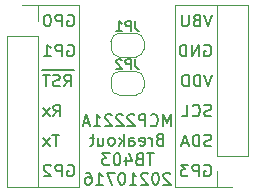
<source format=gbr>
G04 #@! TF.GenerationSoftware,KiCad,Pcbnew,5.1.5+dfsg1-2build2*
G04 #@! TF.CreationDate,2021-09-30T13:46:46+00:00*
G04 #@! TF.ProjectId,mcp2221a-breakout,6d637032-3232-4316-912d-627265616b6f,rev?*
G04 #@! TF.SameCoordinates,Original*
G04 #@! TF.FileFunction,Legend,Bot*
G04 #@! TF.FilePolarity,Positive*
%FSLAX46Y46*%
G04 Gerber Fmt 4.6, Leading zero omitted, Abs format (unit mm)*
G04 Created by KiCad (PCBNEW 5.1.5+dfsg1-2build2) date 2021-09-30 13:46:46*
%MOMM*%
%LPD*%
G04 APERTURE LIST*
%ADD10C,0.120000*%
%ADD11C,0.150000*%
G04 APERTURE END LIST*
D10*
X103886000Y-49470000D02*
X103886000Y-64830000D01*
X100390000Y-49470000D02*
X103886000Y-49470000D01*
X100390000Y-64830000D02*
X103886000Y-64830000D01*
X112014000Y-64830000D02*
X115510000Y-64830000D01*
X112014000Y-49470000D02*
X112014000Y-64830000D01*
X115510000Y-49470000D02*
X112014000Y-49470000D01*
D11*
X115123261Y-50252380D02*
X114789928Y-51252380D01*
X114456595Y-50252380D01*
X113789928Y-50728571D02*
X113647071Y-50776190D01*
X113599452Y-50823809D01*
X113551833Y-50919047D01*
X113551833Y-51061904D01*
X113599452Y-51157142D01*
X113647071Y-51204761D01*
X113742309Y-51252380D01*
X114123261Y-51252380D01*
X114123261Y-50252380D01*
X113789928Y-50252380D01*
X113694690Y-50300000D01*
X113647071Y-50347619D01*
X113599452Y-50442857D01*
X113599452Y-50538095D01*
X113647071Y-50633333D01*
X113694690Y-50680952D01*
X113789928Y-50728571D01*
X114123261Y-50728571D01*
X113123261Y-50252380D02*
X113123261Y-51061904D01*
X113075642Y-51157142D01*
X113028023Y-51204761D01*
X112932785Y-51252380D01*
X112742309Y-51252380D01*
X112647071Y-51204761D01*
X112599452Y-51157142D01*
X112551833Y-51061904D01*
X112551833Y-50252380D01*
X111616666Y-59699380D02*
X111616666Y-58699380D01*
X111283333Y-59413666D01*
X110950000Y-58699380D01*
X110950000Y-59699380D01*
X109902380Y-59604142D02*
X109950000Y-59651761D01*
X110092857Y-59699380D01*
X110188095Y-59699380D01*
X110330952Y-59651761D01*
X110426190Y-59556523D01*
X110473809Y-59461285D01*
X110521428Y-59270809D01*
X110521428Y-59127952D01*
X110473809Y-58937476D01*
X110426190Y-58842238D01*
X110330952Y-58747000D01*
X110188095Y-58699380D01*
X110092857Y-58699380D01*
X109950000Y-58747000D01*
X109902380Y-58794619D01*
X109473809Y-59699380D02*
X109473809Y-58699380D01*
X109092857Y-58699380D01*
X108997619Y-58747000D01*
X108950000Y-58794619D01*
X108902380Y-58889857D01*
X108902380Y-59032714D01*
X108950000Y-59127952D01*
X108997619Y-59175571D01*
X109092857Y-59223190D01*
X109473809Y-59223190D01*
X108521428Y-58794619D02*
X108473809Y-58747000D01*
X108378571Y-58699380D01*
X108140476Y-58699380D01*
X108045238Y-58747000D01*
X107997619Y-58794619D01*
X107950000Y-58889857D01*
X107950000Y-58985095D01*
X107997619Y-59127952D01*
X108569047Y-59699380D01*
X107950000Y-59699380D01*
X107569047Y-58794619D02*
X107521428Y-58747000D01*
X107426190Y-58699380D01*
X107188095Y-58699380D01*
X107092857Y-58747000D01*
X107045238Y-58794619D01*
X106997619Y-58889857D01*
X106997619Y-58985095D01*
X107045238Y-59127952D01*
X107616666Y-59699380D01*
X106997619Y-59699380D01*
X106616666Y-58794619D02*
X106569047Y-58747000D01*
X106473809Y-58699380D01*
X106235714Y-58699380D01*
X106140476Y-58747000D01*
X106092857Y-58794619D01*
X106045238Y-58889857D01*
X106045238Y-58985095D01*
X106092857Y-59127952D01*
X106664285Y-59699380D01*
X106045238Y-59699380D01*
X105092857Y-59699380D02*
X105664285Y-59699380D01*
X105378571Y-59699380D02*
X105378571Y-58699380D01*
X105473809Y-58842238D01*
X105569047Y-58937476D01*
X105664285Y-58985095D01*
X104711904Y-59413666D02*
X104235714Y-59413666D01*
X104807142Y-59699380D02*
X104473809Y-58699380D01*
X104140476Y-59699380D01*
X110664285Y-60825571D02*
X110521428Y-60873190D01*
X110473809Y-60920809D01*
X110426190Y-61016047D01*
X110426190Y-61158904D01*
X110473809Y-61254142D01*
X110521428Y-61301761D01*
X110616666Y-61349380D01*
X110997619Y-61349380D01*
X110997619Y-60349380D01*
X110664285Y-60349380D01*
X110569047Y-60397000D01*
X110521428Y-60444619D01*
X110473809Y-60539857D01*
X110473809Y-60635095D01*
X110521428Y-60730333D01*
X110569047Y-60777952D01*
X110664285Y-60825571D01*
X110997619Y-60825571D01*
X109997619Y-61349380D02*
X109997619Y-60682714D01*
X109997619Y-60873190D02*
X109950000Y-60777952D01*
X109902380Y-60730333D01*
X109807142Y-60682714D01*
X109711904Y-60682714D01*
X108997619Y-61301761D02*
X109092857Y-61349380D01*
X109283333Y-61349380D01*
X109378571Y-61301761D01*
X109426190Y-61206523D01*
X109426190Y-60825571D01*
X109378571Y-60730333D01*
X109283333Y-60682714D01*
X109092857Y-60682714D01*
X108997619Y-60730333D01*
X108950000Y-60825571D01*
X108950000Y-60920809D01*
X109426190Y-61016047D01*
X108092857Y-61349380D02*
X108092857Y-60825571D01*
X108140476Y-60730333D01*
X108235714Y-60682714D01*
X108426190Y-60682714D01*
X108521428Y-60730333D01*
X108092857Y-61301761D02*
X108188095Y-61349380D01*
X108426190Y-61349380D01*
X108521428Y-61301761D01*
X108569047Y-61206523D01*
X108569047Y-61111285D01*
X108521428Y-61016047D01*
X108426190Y-60968428D01*
X108188095Y-60968428D01*
X108092857Y-60920809D01*
X107616666Y-61349380D02*
X107616666Y-60349380D01*
X107521428Y-60968428D02*
X107235714Y-61349380D01*
X107235714Y-60682714D02*
X107616666Y-61063666D01*
X106664285Y-61349380D02*
X106759523Y-61301761D01*
X106807142Y-61254142D01*
X106854761Y-61158904D01*
X106854761Y-60873190D01*
X106807142Y-60777952D01*
X106759523Y-60730333D01*
X106664285Y-60682714D01*
X106521428Y-60682714D01*
X106426190Y-60730333D01*
X106378571Y-60777952D01*
X106330952Y-60873190D01*
X106330952Y-61158904D01*
X106378571Y-61254142D01*
X106426190Y-61301761D01*
X106521428Y-61349380D01*
X106664285Y-61349380D01*
X105473809Y-60682714D02*
X105473809Y-61349380D01*
X105902380Y-60682714D02*
X105902380Y-61206523D01*
X105854761Y-61301761D01*
X105759523Y-61349380D01*
X105616666Y-61349380D01*
X105521428Y-61301761D01*
X105473809Y-61254142D01*
X105140476Y-60682714D02*
X104759523Y-60682714D01*
X104997619Y-60349380D02*
X104997619Y-61206523D01*
X104950000Y-61301761D01*
X104854761Y-61349380D01*
X104759523Y-61349380D01*
X110164285Y-61999380D02*
X109592857Y-61999380D01*
X109878571Y-62999380D02*
X109878571Y-61999380D01*
X108926190Y-62475571D02*
X108783333Y-62523190D01*
X108735714Y-62570809D01*
X108688095Y-62666047D01*
X108688095Y-62808904D01*
X108735714Y-62904142D01*
X108783333Y-62951761D01*
X108878571Y-62999380D01*
X109259523Y-62999380D01*
X109259523Y-61999380D01*
X108926190Y-61999380D01*
X108830952Y-62047000D01*
X108783333Y-62094619D01*
X108735714Y-62189857D01*
X108735714Y-62285095D01*
X108783333Y-62380333D01*
X108830952Y-62427952D01*
X108926190Y-62475571D01*
X109259523Y-62475571D01*
X107830952Y-62332714D02*
X107830952Y-62999380D01*
X108069047Y-61951761D02*
X108307142Y-62666047D01*
X107688095Y-62666047D01*
X107116666Y-61999380D02*
X107021428Y-61999380D01*
X106926190Y-62047000D01*
X106878571Y-62094619D01*
X106830952Y-62189857D01*
X106783333Y-62380333D01*
X106783333Y-62618428D01*
X106830952Y-62808904D01*
X106878571Y-62904142D01*
X106926190Y-62951761D01*
X107021428Y-62999380D01*
X107116666Y-62999380D01*
X107211904Y-62951761D01*
X107259523Y-62904142D01*
X107307142Y-62808904D01*
X107354761Y-62618428D01*
X107354761Y-62380333D01*
X107307142Y-62189857D01*
X107259523Y-62094619D01*
X107211904Y-62047000D01*
X107116666Y-61999380D01*
X106450000Y-61999380D02*
X105830952Y-61999380D01*
X106164285Y-62380333D01*
X106021428Y-62380333D01*
X105926190Y-62427952D01*
X105878571Y-62475571D01*
X105830952Y-62570809D01*
X105830952Y-62808904D01*
X105878571Y-62904142D01*
X105926190Y-62951761D01*
X106021428Y-62999380D01*
X106307142Y-62999380D01*
X106402380Y-62951761D01*
X106450000Y-62904142D01*
X111569047Y-63744619D02*
X111521428Y-63697000D01*
X111426190Y-63649380D01*
X111188095Y-63649380D01*
X111092857Y-63697000D01*
X111045238Y-63744619D01*
X110997619Y-63839857D01*
X110997619Y-63935095D01*
X111045238Y-64077952D01*
X111616666Y-64649380D01*
X110997619Y-64649380D01*
X110378571Y-63649380D02*
X110283333Y-63649380D01*
X110188095Y-63697000D01*
X110140476Y-63744619D01*
X110092857Y-63839857D01*
X110045238Y-64030333D01*
X110045238Y-64268428D01*
X110092857Y-64458904D01*
X110140476Y-64554142D01*
X110188095Y-64601761D01*
X110283333Y-64649380D01*
X110378571Y-64649380D01*
X110473809Y-64601761D01*
X110521428Y-64554142D01*
X110569047Y-64458904D01*
X110616666Y-64268428D01*
X110616666Y-64030333D01*
X110569047Y-63839857D01*
X110521428Y-63744619D01*
X110473809Y-63697000D01*
X110378571Y-63649380D01*
X109664285Y-63744619D02*
X109616666Y-63697000D01*
X109521428Y-63649380D01*
X109283333Y-63649380D01*
X109188095Y-63697000D01*
X109140476Y-63744619D01*
X109092857Y-63839857D01*
X109092857Y-63935095D01*
X109140476Y-64077952D01*
X109711904Y-64649380D01*
X109092857Y-64649380D01*
X108140476Y-64649380D02*
X108711904Y-64649380D01*
X108426190Y-64649380D02*
X108426190Y-63649380D01*
X108521428Y-63792238D01*
X108616666Y-63887476D01*
X108711904Y-63935095D01*
X107521428Y-63649380D02*
X107426190Y-63649380D01*
X107330952Y-63697000D01*
X107283333Y-63744619D01*
X107235714Y-63839857D01*
X107188095Y-64030333D01*
X107188095Y-64268428D01*
X107235714Y-64458904D01*
X107283333Y-64554142D01*
X107330952Y-64601761D01*
X107426190Y-64649380D01*
X107521428Y-64649380D01*
X107616666Y-64601761D01*
X107664285Y-64554142D01*
X107711904Y-64458904D01*
X107759523Y-64268428D01*
X107759523Y-64030333D01*
X107711904Y-63839857D01*
X107664285Y-63744619D01*
X107616666Y-63697000D01*
X107521428Y-63649380D01*
X106854761Y-63649380D02*
X106188095Y-63649380D01*
X106616666Y-64649380D01*
X105283333Y-64649380D02*
X105854761Y-64649380D01*
X105569047Y-64649380D02*
X105569047Y-63649380D01*
X105664285Y-63792238D01*
X105759523Y-63887476D01*
X105854761Y-63935095D01*
X104426190Y-63649380D02*
X104616666Y-63649380D01*
X104711904Y-63697000D01*
X104759523Y-63744619D01*
X104854761Y-63887476D01*
X104902380Y-64077952D01*
X104902380Y-64458904D01*
X104854761Y-64554142D01*
X104807142Y-64601761D01*
X104711904Y-64649380D01*
X104521428Y-64649380D01*
X104426190Y-64601761D01*
X104378571Y-64554142D01*
X104330952Y-64458904D01*
X104330952Y-64220809D01*
X104378571Y-64125571D01*
X104426190Y-64077952D01*
X104521428Y-64030333D01*
X104711904Y-64030333D01*
X104807142Y-64077952D01*
X104854761Y-64125571D01*
X104902380Y-64220809D01*
X114456595Y-52840000D02*
X114551833Y-52792380D01*
X114694690Y-52792380D01*
X114837547Y-52840000D01*
X114932785Y-52935238D01*
X114980404Y-53030476D01*
X115028023Y-53220952D01*
X115028023Y-53363809D01*
X114980404Y-53554285D01*
X114932785Y-53649523D01*
X114837547Y-53744761D01*
X114694690Y-53792380D01*
X114599452Y-53792380D01*
X114456595Y-53744761D01*
X114408976Y-53697142D01*
X114408976Y-53363809D01*
X114599452Y-53363809D01*
X113980404Y-53792380D02*
X113980404Y-52792380D01*
X113408976Y-53792380D01*
X113408976Y-52792380D01*
X112932785Y-53792380D02*
X112932785Y-52792380D01*
X112694690Y-52792380D01*
X112551833Y-52840000D01*
X112456595Y-52935238D01*
X112408976Y-53030476D01*
X112361357Y-53220952D01*
X112361357Y-53363809D01*
X112408976Y-53554285D01*
X112456595Y-53649523D01*
X112551833Y-53744761D01*
X112694690Y-53792380D01*
X112932785Y-53792380D01*
X114456595Y-63000000D02*
X114551833Y-62952380D01*
X114694690Y-62952380D01*
X114837547Y-63000000D01*
X114932785Y-63095238D01*
X114980404Y-63190476D01*
X115028023Y-63380952D01*
X115028023Y-63523809D01*
X114980404Y-63714285D01*
X114932785Y-63809523D01*
X114837547Y-63904761D01*
X114694690Y-63952380D01*
X114599452Y-63952380D01*
X114456595Y-63904761D01*
X114408976Y-63857142D01*
X114408976Y-63523809D01*
X114599452Y-63523809D01*
X113980404Y-63952380D02*
X113980404Y-62952380D01*
X113599452Y-62952380D01*
X113504214Y-63000000D01*
X113456595Y-63047619D01*
X113408976Y-63142857D01*
X113408976Y-63285714D01*
X113456595Y-63380952D01*
X113504214Y-63428571D01*
X113599452Y-63476190D01*
X113980404Y-63476190D01*
X113075642Y-62952380D02*
X112456595Y-62952380D01*
X112789928Y-63333333D01*
X112647071Y-63333333D01*
X112551833Y-63380952D01*
X112504214Y-63428571D01*
X112456595Y-63523809D01*
X112456595Y-63761904D01*
X112504214Y-63857142D01*
X112551833Y-63904761D01*
X112647071Y-63952380D01*
X112932785Y-63952380D01*
X113028023Y-63904761D01*
X113075642Y-63857142D01*
X115028023Y-61364761D02*
X114885166Y-61412380D01*
X114647071Y-61412380D01*
X114551833Y-61364761D01*
X114504214Y-61317142D01*
X114456595Y-61221904D01*
X114456595Y-61126666D01*
X114504214Y-61031428D01*
X114551833Y-60983809D01*
X114647071Y-60936190D01*
X114837547Y-60888571D01*
X114932785Y-60840952D01*
X114980404Y-60793333D01*
X115028023Y-60698095D01*
X115028023Y-60602857D01*
X114980404Y-60507619D01*
X114932785Y-60460000D01*
X114837547Y-60412380D01*
X114599452Y-60412380D01*
X114456595Y-60460000D01*
X114028023Y-61412380D02*
X114028023Y-60412380D01*
X113789928Y-60412380D01*
X113647071Y-60460000D01*
X113551833Y-60555238D01*
X113504214Y-60650476D01*
X113456595Y-60840952D01*
X113456595Y-60983809D01*
X113504214Y-61174285D01*
X113551833Y-61269523D01*
X113647071Y-61364761D01*
X113789928Y-61412380D01*
X114028023Y-61412380D01*
X113075642Y-61126666D02*
X112599452Y-61126666D01*
X113170880Y-61412380D02*
X112837547Y-60412380D01*
X112504214Y-61412380D01*
X115028023Y-58824761D02*
X114885166Y-58872380D01*
X114647071Y-58872380D01*
X114551833Y-58824761D01*
X114504214Y-58777142D01*
X114456595Y-58681904D01*
X114456595Y-58586666D01*
X114504214Y-58491428D01*
X114551833Y-58443809D01*
X114647071Y-58396190D01*
X114837547Y-58348571D01*
X114932785Y-58300952D01*
X114980404Y-58253333D01*
X115028023Y-58158095D01*
X115028023Y-58062857D01*
X114980404Y-57967619D01*
X114932785Y-57920000D01*
X114837547Y-57872380D01*
X114599452Y-57872380D01*
X114456595Y-57920000D01*
X113456595Y-58777142D02*
X113504214Y-58824761D01*
X113647071Y-58872380D01*
X113742309Y-58872380D01*
X113885166Y-58824761D01*
X113980404Y-58729523D01*
X114028023Y-58634285D01*
X114075642Y-58443809D01*
X114075642Y-58300952D01*
X114028023Y-58110476D01*
X113980404Y-58015238D01*
X113885166Y-57920000D01*
X113742309Y-57872380D01*
X113647071Y-57872380D01*
X113504214Y-57920000D01*
X113456595Y-57967619D01*
X112551833Y-58872380D02*
X113028023Y-58872380D01*
X113028023Y-57872380D01*
X115123261Y-55332380D02*
X114789928Y-56332380D01*
X114456595Y-55332380D01*
X114123261Y-56332380D02*
X114123261Y-55332380D01*
X113885166Y-55332380D01*
X113742309Y-55380000D01*
X113647071Y-55475238D01*
X113599452Y-55570476D01*
X113551833Y-55760952D01*
X113551833Y-55903809D01*
X113599452Y-56094285D01*
X113647071Y-56189523D01*
X113742309Y-56284761D01*
X113885166Y-56332380D01*
X114123261Y-56332380D01*
X113123261Y-56332380D02*
X113123261Y-55332380D01*
X112885166Y-55332380D01*
X112742309Y-55380000D01*
X112647071Y-55475238D01*
X112599452Y-55570476D01*
X112551833Y-55760952D01*
X112551833Y-55903809D01*
X112599452Y-56094285D01*
X112647071Y-56189523D01*
X112742309Y-56284761D01*
X112885166Y-56332380D01*
X113123261Y-56332380D01*
X102871976Y-63000000D02*
X102967214Y-62952380D01*
X103110071Y-62952380D01*
X103252928Y-63000000D01*
X103348166Y-63095238D01*
X103395785Y-63190476D01*
X103443404Y-63380952D01*
X103443404Y-63523809D01*
X103395785Y-63714285D01*
X103348166Y-63809523D01*
X103252928Y-63904761D01*
X103110071Y-63952380D01*
X103014833Y-63952380D01*
X102871976Y-63904761D01*
X102824357Y-63857142D01*
X102824357Y-63523809D01*
X103014833Y-63523809D01*
X102395785Y-63952380D02*
X102395785Y-62952380D01*
X102014833Y-62952380D01*
X101919595Y-63000000D01*
X101871976Y-63047619D01*
X101824357Y-63142857D01*
X101824357Y-63285714D01*
X101871976Y-63380952D01*
X101919595Y-63428571D01*
X102014833Y-63476190D01*
X102395785Y-63476190D01*
X101443404Y-63047619D02*
X101395785Y-63000000D01*
X101300547Y-62952380D01*
X101062452Y-62952380D01*
X100967214Y-63000000D01*
X100919595Y-63047619D01*
X100871976Y-63142857D01*
X100871976Y-63238095D01*
X100919595Y-63380952D01*
X101491023Y-63952380D01*
X100871976Y-63952380D01*
X102157690Y-60412380D02*
X101586261Y-60412380D01*
X101871976Y-61412380D02*
X101871976Y-60412380D01*
X101348166Y-61412380D02*
X100824357Y-60745714D01*
X101348166Y-60745714D02*
X100824357Y-61412380D01*
X101681500Y-58872380D02*
X102014833Y-58396190D01*
X102252928Y-58872380D02*
X102252928Y-57872380D01*
X101871976Y-57872380D01*
X101776738Y-57920000D01*
X101729119Y-57967619D01*
X101681500Y-58062857D01*
X101681500Y-58205714D01*
X101729119Y-58300952D01*
X101776738Y-58348571D01*
X101871976Y-58396190D01*
X102252928Y-58396190D01*
X101348166Y-58872380D02*
X100824357Y-58205714D01*
X101348166Y-58205714D02*
X100824357Y-58872380D01*
X103395785Y-54965000D02*
X102395785Y-54965000D01*
X102586261Y-56332380D02*
X102919595Y-55856190D01*
X103157690Y-56332380D02*
X103157690Y-55332380D01*
X102776738Y-55332380D01*
X102681500Y-55380000D01*
X102633880Y-55427619D01*
X102586261Y-55522857D01*
X102586261Y-55665714D01*
X102633880Y-55760952D01*
X102681500Y-55808571D01*
X102776738Y-55856190D01*
X103157690Y-55856190D01*
X102395785Y-54965000D02*
X101443404Y-54965000D01*
X102205309Y-56284761D02*
X102062452Y-56332380D01*
X101824357Y-56332380D01*
X101729119Y-56284761D01*
X101681500Y-56237142D01*
X101633880Y-56141904D01*
X101633880Y-56046666D01*
X101681500Y-55951428D01*
X101729119Y-55903809D01*
X101824357Y-55856190D01*
X102014833Y-55808571D01*
X102110071Y-55760952D01*
X102157690Y-55713333D01*
X102205309Y-55618095D01*
X102205309Y-55522857D01*
X102157690Y-55427619D01*
X102110071Y-55380000D01*
X102014833Y-55332380D01*
X101776738Y-55332380D01*
X101633880Y-55380000D01*
X101443404Y-54965000D02*
X100681500Y-54965000D01*
X101348166Y-55332380D02*
X100776738Y-55332380D01*
X101062452Y-56332380D02*
X101062452Y-55332380D01*
X102871976Y-52840000D02*
X102967214Y-52792380D01*
X103110071Y-52792380D01*
X103252928Y-52840000D01*
X103348166Y-52935238D01*
X103395785Y-53030476D01*
X103443404Y-53220952D01*
X103443404Y-53363809D01*
X103395785Y-53554285D01*
X103348166Y-53649523D01*
X103252928Y-53744761D01*
X103110071Y-53792380D01*
X103014833Y-53792380D01*
X102871976Y-53744761D01*
X102824357Y-53697142D01*
X102824357Y-53363809D01*
X103014833Y-53363809D01*
X102395785Y-53792380D02*
X102395785Y-52792380D01*
X102014833Y-52792380D01*
X101919595Y-52840000D01*
X101871976Y-52887619D01*
X101824357Y-52982857D01*
X101824357Y-53125714D01*
X101871976Y-53220952D01*
X101919595Y-53268571D01*
X102014833Y-53316190D01*
X102395785Y-53316190D01*
X100871976Y-53792380D02*
X101443404Y-53792380D01*
X101157690Y-53792380D02*
X101157690Y-52792380D01*
X101252928Y-52935238D01*
X101348166Y-53030476D01*
X101443404Y-53078095D01*
X102871976Y-50300000D02*
X102967214Y-50252380D01*
X103110071Y-50252380D01*
X103252928Y-50300000D01*
X103348166Y-50395238D01*
X103395785Y-50490476D01*
X103443404Y-50680952D01*
X103443404Y-50823809D01*
X103395785Y-51014285D01*
X103348166Y-51109523D01*
X103252928Y-51204761D01*
X103110071Y-51252380D01*
X103014833Y-51252380D01*
X102871976Y-51204761D01*
X102824357Y-51157142D01*
X102824357Y-50823809D01*
X103014833Y-50823809D01*
X102395785Y-51252380D02*
X102395785Y-50252380D01*
X102014833Y-50252380D01*
X101919595Y-50300000D01*
X101871976Y-50347619D01*
X101824357Y-50442857D01*
X101824357Y-50585714D01*
X101871976Y-50680952D01*
X101919595Y-50728571D01*
X102014833Y-50776190D01*
X102395785Y-50776190D01*
X101205309Y-50252380D02*
X101110071Y-50252380D01*
X101014833Y-50300000D01*
X100967214Y-50347619D01*
X100919595Y-50442857D01*
X100871976Y-50633333D01*
X100871976Y-50871428D01*
X100919595Y-51061904D01*
X100967214Y-51157142D01*
X101014833Y-51204761D01*
X101110071Y-51252380D01*
X101205309Y-51252380D01*
X101300547Y-51204761D01*
X101348166Y-51157142D01*
X101395785Y-51061904D01*
X101443404Y-50871428D01*
X101443404Y-50633333D01*
X101395785Y-50442857D01*
X101348166Y-50347619D01*
X101300547Y-50300000D01*
X101205309Y-50252380D01*
D10*
G04 #@! TO.C,J2*
X100390000Y-64830000D02*
X97730000Y-64830000D01*
X100390000Y-52070000D02*
X100390000Y-64830000D01*
X97730000Y-52070000D02*
X97730000Y-64830000D01*
X100390000Y-52070000D02*
X97730000Y-52070000D01*
X100390000Y-50800000D02*
X100390000Y-49470000D01*
X100390000Y-49470000D02*
X99060000Y-49470000D01*
G04 #@! TO.C,J3*
X115510000Y-49470000D02*
X118170000Y-49470000D01*
X115510000Y-62230000D02*
X115510000Y-49470000D01*
X118170000Y-62230000D02*
X118170000Y-49470000D01*
X115510000Y-62230000D02*
X118170000Y-62230000D01*
X115510000Y-63500000D02*
X115510000Y-64830000D01*
X115510000Y-64830000D02*
X116840000Y-64830000D01*
G04 #@! TO.C,JP2*
X106550000Y-55770500D02*
X106550000Y-56370500D01*
X108650000Y-55070500D02*
X107250000Y-55070500D01*
X109350000Y-56370500D02*
X109350000Y-55770500D01*
X107250000Y-57070500D02*
X108650000Y-57070500D01*
X106550000Y-56370500D02*
G75*
G03X107250000Y-57070500I700000J0D01*
G01*
X107250000Y-55070500D02*
G75*
G03X106550000Y-55770500I0J-700000D01*
G01*
X109350000Y-55770500D02*
G75*
G03X108650000Y-55070500I-700000J0D01*
G01*
X108650000Y-57070500D02*
G75*
G03X109350000Y-56370500I0J700000D01*
G01*
G04 #@! TO.C,JP1*
X109350000Y-53132000D02*
X109350000Y-52532000D01*
X107250000Y-53832000D02*
X108650000Y-53832000D01*
X106550000Y-52532000D02*
X106550000Y-53132000D01*
X108650000Y-51832000D02*
X107250000Y-51832000D01*
X109350000Y-52532000D02*
G75*
G03X108650000Y-51832000I-700000J0D01*
G01*
X108650000Y-53832000D02*
G75*
G03X109350000Y-53132000I0J700000D01*
G01*
X106550000Y-53132000D02*
G75*
G03X107250000Y-53832000I700000J0D01*
G01*
X107250000Y-51832000D02*
G75*
G03X106550000Y-52532000I0J-700000D01*
G01*
G04 #@! TO.C,JP2*
D11*
X108616666Y-54044904D02*
X108616666Y-54616333D01*
X108654761Y-54730619D01*
X108730952Y-54806809D01*
X108845238Y-54844904D01*
X108921428Y-54844904D01*
X108235714Y-54844904D02*
X108235714Y-54044904D01*
X107930952Y-54044904D01*
X107854761Y-54083000D01*
X107816666Y-54121095D01*
X107778571Y-54197285D01*
X107778571Y-54311571D01*
X107816666Y-54387761D01*
X107854761Y-54425857D01*
X107930952Y-54463952D01*
X108235714Y-54463952D01*
X107473809Y-54121095D02*
X107435714Y-54083000D01*
X107359523Y-54044904D01*
X107169047Y-54044904D01*
X107092857Y-54083000D01*
X107054761Y-54121095D01*
X107016666Y-54197285D01*
X107016666Y-54273476D01*
X107054761Y-54387761D01*
X107511904Y-54844904D01*
X107016666Y-54844904D01*
G04 #@! TO.C,JP1*
X108616666Y-50806404D02*
X108616666Y-51377833D01*
X108654761Y-51492119D01*
X108730952Y-51568309D01*
X108845238Y-51606404D01*
X108921428Y-51606404D01*
X108235714Y-51606404D02*
X108235714Y-50806404D01*
X107930952Y-50806404D01*
X107854761Y-50844500D01*
X107816666Y-50882595D01*
X107778571Y-50958785D01*
X107778571Y-51073071D01*
X107816666Y-51149261D01*
X107854761Y-51187357D01*
X107930952Y-51225452D01*
X108235714Y-51225452D01*
X107016666Y-51606404D02*
X107473809Y-51606404D01*
X107245238Y-51606404D02*
X107245238Y-50806404D01*
X107321428Y-50920690D01*
X107397619Y-50996880D01*
X107473809Y-51034976D01*
G04 #@! TD*
M02*

</source>
